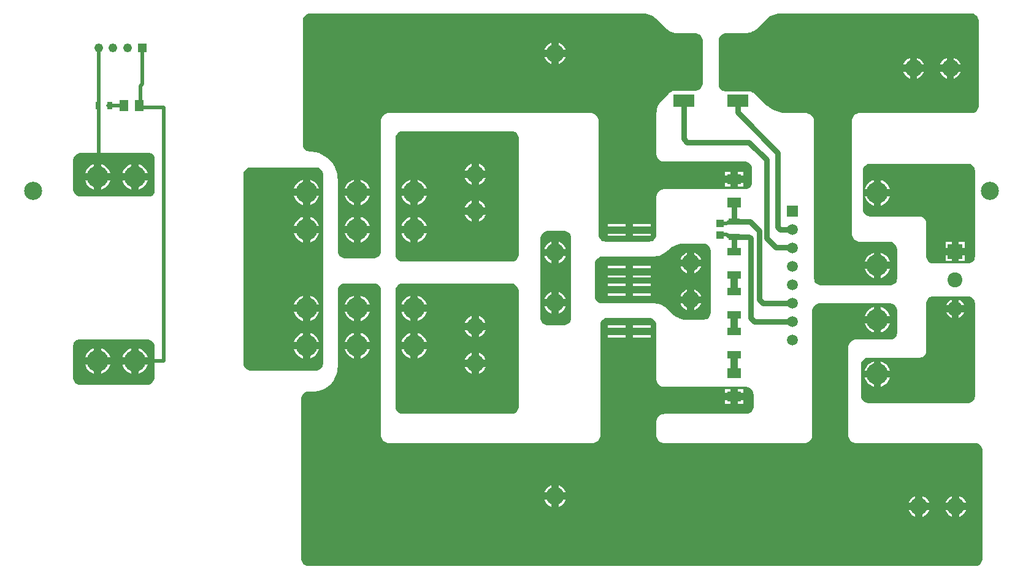
<source format=gtl>
G04 Layer_Physical_Order=1*
G04 Layer_Color=255*
%FSLAX44Y44*%
%MOMM*%
G71*
G01*
G75*
%ADD10R,5.4000X1.0500*%
%ADD11R,1.1000X1.0000*%
%ADD12R,1.9000X1.4500*%
%ADD13R,1.8500X1.1000*%
%ADD14R,0.8000X1.0500*%
%ADD15R,1.5000X0.9000*%
%ADD16R,1.1938X1.4986*%
%ADD17R,2.9500X1.6600*%
%ADD18R,2.9500X7.6400*%
%ADD19C,0.5000*%
%ADD20C,0.7500*%
%ADD21C,1.0000*%
%ADD22C,2.5000*%
%ADD23C,2.0566*%
%ADD24R,2.0566X2.0566*%
%ADD25C,2.4130*%
%ADD26C,1.2192*%
%ADD27R,1.2192X1.2192*%
%ADD28C,3.0000*%
%ADD29R,1.5000X1.5000*%
%ADD30C,1.5000*%
%ADD31C,1.2000*%
G36*
X180000Y620000D02*
X180000Y620000D01*
X180003D01*
X181179Y619912D01*
X182188Y619712D01*
X183552Y619146D01*
X184781Y618326D01*
X185826Y617281D01*
X186646Y616053D01*
X187212Y614688D01*
X187500Y613239D01*
X187500Y567500D01*
X187500Y567500D01*
X187500Y566761D01*
X187212Y565312D01*
X186646Y563947D01*
X185826Y562719D01*
X184781Y561674D01*
X183552Y560854D01*
X182188Y560288D01*
X180739Y560000D01*
X85000D01*
X84015Y560000D01*
X82083Y560384D01*
X80263Y561138D01*
X78625Y562232D01*
X77232Y563625D01*
X76138Y565263D01*
X75384Y567083D01*
X75000Y569015D01*
X75000Y570000D01*
Y610000D01*
X75000Y610000D01*
X75000Y610000D01*
X75039Y611179D01*
X75384Y612917D01*
X76138Y614737D01*
X77232Y616375D01*
X78625Y617767D01*
X80263Y618862D01*
X82083Y619616D01*
X84015Y620000D01*
X85000D01*
X180000Y620000D01*
X180000Y620000D01*
D02*
G37*
G36*
X412917Y599616D02*
X414737Y598862D01*
X416375Y597767D01*
X417767Y596375D01*
X418862Y594737D01*
X419616Y592917D01*
X419962Y591178D01*
X420000Y590005D01*
Y590000D01*
X420000Y590000D01*
X420000Y590000D01*
X420000Y330000D01*
X420000Y329015D01*
X419616Y327083D01*
X418862Y325263D01*
X417767Y323625D01*
X416375Y322232D01*
X414737Y321138D01*
X412917Y320384D01*
X410985Y320000D01*
X410000Y320000D01*
X320000D01*
X319015Y320000D01*
X317083Y320384D01*
X315263Y321138D01*
X313625Y322232D01*
X312232Y323625D01*
X311138Y325263D01*
X310384Y327083D01*
X310000Y329015D01*
X310000Y330000D01*
X310000Y590000D01*
X310000Y590985D01*
X310384Y592917D01*
X311138Y594737D01*
X312232Y596374D01*
X313625Y597767D01*
X315263Y598862D01*
X317083Y599616D01*
X319015Y600000D01*
X320000Y600000D01*
X320000Y600000D01*
X410000Y600000D01*
X410985Y600000D01*
X412917Y599616D01*
D02*
G37*
G36*
X1310000Y605000D02*
X1310000Y605000D01*
X1310009D01*
X1311182Y604961D01*
X1312917Y604616D01*
X1314737Y603862D01*
X1316375Y602767D01*
X1317767Y601375D01*
X1318862Y599737D01*
X1319616Y597917D01*
X1320000Y595985D01*
X1320000Y595000D01*
X1320000Y478000D01*
X1320000Y478000D01*
X1320000Y476966D01*
X1319596Y474937D01*
X1318805Y473026D01*
X1317656Y471307D01*
X1316193Y469844D01*
X1314474Y468695D01*
X1312563Y467904D01*
X1310534Y467500D01*
X1309500Y467500D01*
X1262500Y467500D01*
X1262500Y467500D01*
X1261515Y467500D01*
X1259583Y467884D01*
X1257763Y468638D01*
X1256125Y469733D01*
X1254732Y471125D01*
X1253638Y472763D01*
X1252884Y474583D01*
X1252500Y476515D01*
X1252500Y477500D01*
Y522500D01*
X1252500D01*
X1252500Y522500D01*
X1252500Y522505D01*
X1252452Y523480D01*
X1252411Y523683D01*
X1252069Y525403D01*
X1251319Y527214D01*
X1250230Y528844D01*
X1248844Y530230D01*
X1247214Y531319D01*
X1245403Y532069D01*
X1243480Y532452D01*
X1242500Y532500D01*
X1175500Y532500D01*
X1175500Y532500D01*
X1174466D01*
X1172437Y532904D01*
X1170526Y533695D01*
X1168807Y534844D01*
X1167344Y536307D01*
X1166195Y538026D01*
X1165404Y539937D01*
X1165000Y541966D01*
X1165000Y543000D01*
X1165000Y595000D01*
X1165000Y595000D01*
X1165000Y595000D01*
X1165043Y596200D01*
X1165384Y597917D01*
X1166138Y599737D01*
X1167232Y601375D01*
X1168625Y602767D01*
X1170263Y603862D01*
X1172083Y604616D01*
X1174015Y605000D01*
X1175000Y605000D01*
X1310000Y605000D01*
X1310000Y605000D01*
D02*
G37*
G36*
X530000Y650000D02*
X680000Y650000D01*
X680000Y650000D01*
X680000Y650000D01*
X680003D01*
X681174Y649962D01*
X682917Y649616D01*
X684737Y648862D01*
X686375Y647767D01*
X687767Y646375D01*
X688862Y644737D01*
X689616Y642917D01*
X690000Y640985D01*
X690000Y640000D01*
X690000Y480000D01*
X690000D01*
Y479015D01*
X689616Y477083D01*
X688862Y475263D01*
X687767Y473625D01*
X686375Y472233D01*
X684737Y471138D01*
X682917Y470384D01*
X680985Y470000D01*
X680000D01*
X530000Y470000D01*
X529015Y470000D01*
X527083Y470384D01*
X525263Y471138D01*
X523625Y472232D01*
X522232Y473625D01*
X521138Y475263D01*
X520384Y477083D01*
X520000Y479015D01*
X520000Y480000D01*
X520000Y640000D01*
X520000Y640000D01*
X520000Y640000D01*
X520039Y641180D01*
X520384Y642917D01*
X521138Y644737D01*
X522232Y646375D01*
X523625Y647767D01*
X525263Y648862D01*
X527083Y649616D01*
X529015Y650000D01*
X530000Y650000D01*
D02*
G37*
G36*
X918385Y495000D02*
X945000Y495000D01*
X945000Y495000D01*
X945000Y495000D01*
X945003D01*
X946174Y494962D01*
X947917Y494616D01*
X949737Y493862D01*
X951375Y492767D01*
X952767Y491375D01*
X953862Y489737D01*
X954616Y487917D01*
X955000Y485985D01*
X955000Y485000D01*
X955000Y400000D01*
X955000Y400000D01*
X955000Y399015D01*
X954616Y397083D01*
X953862Y395263D01*
X952767Y393625D01*
X951375Y392232D01*
X949737Y391138D01*
X947917Y390384D01*
X945985Y390000D01*
X945000Y390000D01*
X922657Y390000D01*
X921156Y390000D01*
X918168Y390294D01*
X915223Y390880D01*
X912350Y391752D01*
X909577Y392900D01*
X906929Y394316D01*
X904433Y395984D01*
X902112Y397888D01*
X901050Y398950D01*
X895243Y404757D01*
X895243D01*
X895242Y404757D01*
X894303Y405652D01*
X892298Y407298D01*
X890141Y408739D01*
X887853Y409962D01*
X885456Y410955D01*
X882973Y411708D01*
X880429Y412214D01*
X877847Y412468D01*
X876550Y412500D01*
X805500Y412500D01*
X805500Y412500D01*
X804466Y412500D01*
X802437Y412904D01*
X800526Y413695D01*
X798806Y414844D01*
X797344Y416307D01*
X796195Y418026D01*
X795403Y419937D01*
X795000Y421966D01*
X795000Y423000D01*
X795000Y466000D01*
X795000Y466000D01*
X795025Y467259D01*
X795442Y469354D01*
X796308Y471447D01*
X797567Y473331D01*
X799169Y474933D01*
X801052Y476191D01*
X803145Y477058D01*
X805367Y477500D01*
X806500Y477500D01*
X874939Y477500D01*
X876136Y477500D01*
X876136Y477500D01*
X876136Y477500D01*
X877482Y477533D01*
X880162Y477797D01*
X882802Y478322D01*
X885378Y479104D01*
X887866Y480134D01*
X890240Y481403D01*
X892479Y482899D01*
X894560Y484607D01*
X895535Y485535D01*
X895535Y485535D01*
Y485535D01*
X896658Y486658D01*
X899112Y488672D01*
X901752Y490436D01*
X904552Y491933D01*
X907485Y493148D01*
X910524Y494069D01*
X913637Y494689D01*
X916797Y495000D01*
X918385Y495000D01*
D02*
G37*
G36*
X752500Y512500D02*
X752500Y512500D01*
X752501D01*
X753673Y512462D01*
X755417Y512116D01*
X757237Y511362D01*
X758875Y510267D01*
X760267Y508875D01*
X761362Y507237D01*
X762116Y505417D01*
X762500Y503485D01*
Y502500D01*
X762500Y392500D01*
X762500Y392500D01*
X762500Y391515D01*
X762115Y389583D01*
X761362Y387763D01*
X760267Y386125D01*
X758875Y384732D01*
X757237Y383638D01*
X755417Y382884D01*
X753485Y382500D01*
X752500Y382500D01*
X729500D01*
X729500Y382500D01*
X728564Y382500D01*
X726729Y382865D01*
X725000Y383581D01*
X723444Y384621D01*
X722121Y385944D01*
X721081Y387500D01*
X720365Y389229D01*
X720000Y391064D01*
X720000Y392000D01*
X720000Y502000D01*
X720000Y502000D01*
X720043Y503252D01*
X720403Y505063D01*
X721195Y506973D01*
X722344Y508693D01*
X723807Y510156D01*
X725526Y511305D01*
X727437Y512096D01*
X729466Y512500D01*
X730500Y512500D01*
X752500Y512500D01*
X752500Y512500D01*
D02*
G37*
G36*
X1262500Y422500D02*
X1309500D01*
X1309500Y422500D01*
X1309500Y422500D01*
X1309509D01*
X1310695Y422468D01*
X1312563Y422096D01*
X1314473Y421305D01*
X1316193Y420156D01*
X1317656Y418693D01*
X1318805Y416974D01*
X1319596Y415063D01*
X1320000Y413034D01*
X1320000Y412000D01*
X1320000Y285000D01*
X1320000Y285000D01*
Y284015D01*
X1319615Y282083D01*
X1318862Y280263D01*
X1317767Y278625D01*
X1316375Y277232D01*
X1314737Y276138D01*
X1312917Y275384D01*
X1310985Y275000D01*
X1310000D01*
X1173000Y275000D01*
X1171966Y275000D01*
X1169937Y275403D01*
X1168026Y276195D01*
X1166307Y277344D01*
X1164844Y278807D01*
X1163695Y280526D01*
X1162904Y282437D01*
X1162500Y284466D01*
X1162500Y285500D01*
X1162500Y327500D01*
X1162500Y327500D01*
X1162552Y328748D01*
X1162884Y330417D01*
X1163638Y332237D01*
X1164732Y333875D01*
X1166125Y335267D01*
X1167763Y336362D01*
X1169583Y337116D01*
X1171515Y337500D01*
X1172500Y337500D01*
X1242500Y337500D01*
X1242500Y337500D01*
Y337500D01*
X1243480Y337548D01*
X1243670Y337586D01*
X1245403Y337931D01*
X1247214Y338681D01*
X1248844Y339770D01*
X1250230Y341156D01*
X1251319Y342786D01*
X1252069Y344597D01*
X1252452Y346520D01*
X1252500Y347500D01*
Y412500D01*
X1252500Y413485D01*
X1252884Y415417D01*
X1253638Y417237D01*
X1254732Y418875D01*
X1256125Y420267D01*
X1257763Y421362D01*
X1259583Y422116D01*
X1261515Y422500D01*
X1262500Y422500D01*
D02*
G37*
G36*
X861550Y812500D02*
X861550Y812499D01*
X861550Y812499D01*
X862849Y812499D01*
X865434Y812245D01*
X867981Y811739D01*
X870467Y810985D01*
X872867Y809992D01*
X875157Y808767D01*
X877317Y807324D01*
X879324Y805676D01*
X880243Y804757D01*
X893465Y791535D01*
X893464Y791535D01*
X895087Y790065D01*
X898724Y787635D01*
X902765Y785961D01*
X907055Y785107D01*
X909243Y785000D01*
X933999Y785000D01*
X933999Y784999D01*
X933999Y784999D01*
X934019D01*
X935193Y784958D01*
X936917Y784615D01*
X938736Y783862D01*
X940375Y782768D01*
X941768Y781375D01*
X942862Y779737D01*
X943616Y777917D01*
X944000Y775985D01*
X944000Y775000D01*
X944000Y716000D01*
X943999Y715999D01*
X943999Y715014D01*
X943615Y713083D01*
X942861Y711263D01*
X941767Y709625D01*
X940374Y708232D01*
X938736Y707138D01*
X936917Y706384D01*
X934985Y706000D01*
X934000Y706000D01*
X906829Y706000D01*
X906828Y705999D01*
X905449Y705932D01*
X902744Y705394D01*
X900195Y704338D01*
X897902Y702806D01*
X896879Y701879D01*
X888243Y693243D01*
X888242Y693242D01*
X887290Y692242D01*
X885538Y690107D01*
X884004Y687811D01*
X882702Y685375D01*
X881645Y682824D01*
X880843Y680181D01*
X880304Y677472D01*
X880034Y674724D01*
X880000Y673343D01*
X880000Y619000D01*
X880053Y617921D01*
X880474Y615806D01*
X881299Y613814D01*
X882497Y612021D01*
X884022Y610497D01*
X885815Y609299D01*
X887807Y608474D01*
X889922Y608053D01*
X891000Y608000D01*
X1001999D01*
X1001999Y607999D01*
X1001999Y607999D01*
X1002019D01*
X1003193Y607958D01*
X1004916Y607616D01*
X1006736Y606862D01*
X1008374Y605768D01*
X1009767Y604375D01*
X1010862Y602737D01*
X1011616Y600917D01*
X1012000Y598985D01*
X1012000Y598000D01*
X1012000Y580000D01*
X1011999Y579999D01*
X1011999Y579015D01*
X1011615Y577083D01*
X1010861Y575263D01*
X1009767Y573625D01*
X1008374Y572232D01*
X1006736Y571138D01*
X1004917Y570384D01*
X1002985Y570000D01*
X1002000Y570000D01*
X891000Y570000D01*
X890999Y569999D01*
X889921Y569946D01*
X887806Y569526D01*
X885814Y568700D01*
X884021Y567503D01*
X882497Y565978D01*
X881299Y564185D01*
X880474Y562193D01*
X880053Y560078D01*
X880000Y559000D01*
X880000Y508000D01*
X879999Y507999D01*
X879999Y506965D01*
X879596Y504937D01*
X878804Y503026D01*
X877655Y501306D01*
X876193Y499844D01*
X874473Y498695D01*
X872562Y497904D01*
X870534Y497500D01*
X869500D01*
X810500Y497500D01*
X809465Y497500D01*
X807437Y497903D01*
X805526Y498695D01*
X803806Y499844D01*
X802344Y501306D01*
X801195Y503026D01*
X800403Y504937D01*
X800000Y506966D01*
X800000Y508000D01*
X800000Y665000D01*
X800000Y665000D01*
X800000Y665000D01*
X799998Y665023D01*
X799951Y665980D01*
X799912Y666179D01*
X799569Y667903D01*
X798819Y669714D01*
X797730Y671344D01*
X796344Y672730D01*
X794714Y673819D01*
X792903Y674569D01*
X790980Y674952D01*
X790000Y675000D01*
X510000Y675000D01*
X510000Y675000D01*
X509020Y674952D01*
X507097Y674569D01*
X505286Y673819D01*
X503656Y672730D01*
X502270Y671344D01*
X501181Y669714D01*
X500431Y667903D01*
X500048Y665980D01*
X500000Y665000D01*
X500000Y485000D01*
X499998Y484998D01*
X499998Y484013D01*
X499614Y482082D01*
X498860Y480262D01*
X497766Y478625D01*
X496373Y477232D01*
X494736Y476138D01*
X492916Y475384D01*
X490985Y475000D01*
X490000Y475000D01*
X449015Y475000D01*
X447083Y475384D01*
X445263Y476138D01*
X443625Y477233D01*
X442233Y478625D01*
X441138Y480263D01*
X440384Y482083D01*
X440000Y484015D01*
Y485000D01*
X440000Y583515D01*
X440000Y583515D01*
X440000Y583515D01*
X439917Y586032D01*
X439260Y591023D01*
X437958Y595885D01*
X436031Y600536D01*
X433514Y604896D01*
X430449Y608890D01*
X426890Y612449D01*
X422896Y615514D01*
X418536Y618031D01*
X413885Y619958D01*
X409023Y621260D01*
X404032Y621918D01*
X401515Y622000D01*
X401515Y622000D01*
X400578Y622000D01*
X398739Y622366D01*
X397008Y623083D01*
X395449Y624124D01*
X394124Y625449D01*
X393083Y627008D01*
X392366Y628739D01*
X392000Y630578D01*
Y631515D01*
X392000Y691320D01*
X392000Y802000D01*
X392000Y802000D01*
X392000Y802000D01*
X392043Y803252D01*
X392403Y805063D01*
X393195Y806973D01*
X394344Y808693D01*
X395807Y810156D01*
X397526Y811305D01*
X399437Y812096D01*
X401466Y812500D01*
X402500Y812500D01*
X422500Y812500D01*
X861550Y812500D01*
D02*
G37*
G36*
X1314500Y812500D02*
X1314500Y812500D01*
X1314501D01*
X1315752Y812457D01*
X1317563Y812096D01*
X1319474Y811305D01*
X1321193Y810156D01*
X1322656Y808693D01*
X1323805Y806974D01*
X1324596Y805063D01*
X1325000Y803034D01*
X1325000Y802000D01*
X1325000Y685000D01*
X1325000Y685000D01*
X1325000Y684015D01*
X1324616Y682083D01*
X1323862Y680263D01*
X1322767Y678625D01*
X1321375Y677232D01*
X1319737Y676138D01*
X1317917Y675384D01*
X1315985Y675000D01*
X1315000D01*
X1160000Y675000D01*
Y675000D01*
X1159020Y674952D01*
X1157097Y674569D01*
X1155286Y673819D01*
X1153656Y672730D01*
X1152270Y671344D01*
X1151181Y669714D01*
X1150431Y667903D01*
X1150048Y665980D01*
X1150000Y665000D01*
X1150000Y508000D01*
X1150051Y506971D01*
X1150452Y504952D01*
X1151240Y503050D01*
X1152383Y501339D01*
X1153839Y499883D01*
X1155550Y498740D01*
X1157452Y497952D01*
X1159471Y497551D01*
X1160500Y497500D01*
X1201500D01*
X1201500Y497500D01*
X1201500Y497500D01*
X1201511D01*
X1202692Y497478D01*
X1204708Y497077D01*
X1206710Y496248D01*
X1208512Y495044D01*
X1210044Y493512D01*
X1211248Y491710D01*
X1212077Y489709D01*
X1212500Y487584D01*
Y486500D01*
X1212500Y447500D01*
X1212500Y447500D01*
X1212500Y446515D01*
X1212115Y444583D01*
X1211362Y442763D01*
X1210267Y441125D01*
X1208875Y439732D01*
X1207237Y438638D01*
X1205417Y437884D01*
X1203485Y437500D01*
X1202500Y437500D01*
X1107500Y437500D01*
X1107500Y437500D01*
X1106515Y437500D01*
X1104583Y437884D01*
X1102763Y438638D01*
X1101125Y439733D01*
X1099732Y441125D01*
X1098638Y442763D01*
X1097884Y444583D01*
X1097500Y446515D01*
X1097500Y447500D01*
Y663500D01*
X1097500Y663500D01*
X1097500Y663500D01*
X1097497Y663551D01*
X1097444Y664627D01*
X1097432Y664688D01*
X1097005Y666838D01*
X1096142Y668921D01*
X1094890Y670795D01*
X1093296Y672389D01*
X1091421Y673642D01*
X1089338Y674505D01*
X1087127Y674944D01*
X1086000Y675000D01*
X1062569Y675000D01*
X1062569Y675000D01*
X1060189D01*
X1055451Y675467D01*
X1050782Y676395D01*
X1046227Y677777D01*
X1041829Y679599D01*
X1037630Y681843D01*
X1033672Y684488D01*
X1029992Y687508D01*
X1017975Y699525D01*
X1017975Y699525D01*
X1017974Y699525D01*
X1016616Y700757D01*
X1013569Y702793D01*
X1010950Y703878D01*
Y704700D01*
X1007645D01*
X1006590Y704910D01*
X1004757Y705000D01*
X975014Y705000D01*
X973082Y705384D01*
X971263Y706138D01*
X969625Y707233D01*
X968232Y708625D01*
X967138Y710263D01*
X966384Y712083D01*
X966000Y714015D01*
X966000Y715000D01*
Y774999D01*
X966000Y775984D01*
X966384Y777917D01*
X967138Y779737D01*
X968232Y781375D01*
X969625Y782767D01*
X971263Y783862D01*
X973083Y784616D01*
X975015Y785000D01*
X976000Y785000D01*
X1000133Y785000D01*
X1001343Y785000D01*
X1001343Y785000D01*
X1002664Y785032D01*
X1005295Y785291D01*
X1007888Y785807D01*
X1010417Y786574D01*
X1012859Y787586D01*
X1015191Y788832D01*
X1017388Y790301D01*
X1019432Y791977D01*
X1020389Y792889D01*
X1032196Y804696D01*
X1032197Y804696D01*
X1032197Y804696D01*
X1033122Y805622D01*
X1035145Y807282D01*
X1037322Y808737D01*
X1039630Y809971D01*
X1042049Y810973D01*
X1044554Y811733D01*
X1047121Y812243D01*
X1049726Y812500D01*
X1051035Y812500D01*
X1314500Y812500D01*
X1314500Y812500D01*
D02*
G37*
G36*
X679000Y440000D02*
X680083Y440000D01*
X682209Y439577D01*
X684211Y438748D01*
X686012Y437544D01*
X687544Y436012D01*
X688748Y434210D01*
X689577Y432208D01*
X689976Y430205D01*
X690000Y429009D01*
Y429000D01*
X690000Y429000D01*
X690000Y429000D01*
X690000Y270000D01*
X690000Y269015D01*
X689616Y267083D01*
X688862Y265263D01*
X687767Y263625D01*
X686375Y262232D01*
X684737Y261138D01*
X682917Y260384D01*
X681248Y260052D01*
X680000Y260000D01*
Y260000D01*
X530000Y260000D01*
X529015Y260000D01*
X527083Y260384D01*
X525263Y261138D01*
X523625Y262232D01*
X522232Y263625D01*
X521138Y265263D01*
X520384Y267083D01*
X520000Y269015D01*
X520000Y270000D01*
X520000Y270000D01*
X520000Y430000D01*
Y430985D01*
X520384Y432917D01*
X521138Y434737D01*
X522232Y436375D01*
X523625Y437767D01*
X525263Y438862D01*
X527083Y439616D01*
X529015Y440000D01*
X530000Y440000D01*
X530000Y440000D01*
X679000Y440000D01*
D02*
G37*
G36*
X492917Y439616D02*
X494737Y438862D01*
X496375Y437767D01*
X497767Y436374D01*
X498862Y434736D01*
X499615Y432916D01*
X499958Y431193D01*
X499999Y430019D01*
Y430000D01*
X499999Y430000D01*
X500000Y429999D01*
X500000Y257042D01*
Y230000D01*
X500048Y229020D01*
X500430Y227097D01*
X501181Y225286D01*
X502270Y223656D01*
X503656Y222270D01*
X505286Y221181D01*
X507097Y220431D01*
X509020Y220048D01*
X510000Y220000D01*
X531243Y220000D01*
X792000Y220000D01*
X793029Y220051D01*
X795048Y220452D01*
X796949Y221240D01*
X798660Y222383D01*
X800116Y223839D01*
X801259Y225550D01*
X802047Y227451D01*
X802448Y229470D01*
X802499Y230499D01*
X802500Y230500D01*
Y382500D01*
X802500Y383485D01*
X802884Y385417D01*
X803638Y387236D01*
X804732Y388874D01*
X806125Y390267D01*
X807763Y391361D01*
X809582Y392115D01*
X811514Y392499D01*
X812499Y392499D01*
X812500Y392500D01*
X869500Y392500D01*
X870534Y392500D01*
X872563Y392096D01*
X874474Y391305D01*
X876193Y390156D01*
X877656Y388693D01*
X878805Y386973D01*
X879596Y385062D01*
X879967Y383193D01*
X879999Y382035D01*
Y381999D01*
X879999Y381999D01*
X880000Y381999D01*
Y308000D01*
X880050Y306971D01*
X880452Y304952D01*
X881239Y303050D01*
X882383Y301339D01*
X883838Y299883D01*
X885549Y298740D01*
X887451Y297952D01*
X889470Y297551D01*
X890499Y297500D01*
X1003500Y297500D01*
X1004534Y297500D01*
X1006563Y297097D01*
X1008474Y296305D01*
X1010193Y295156D01*
X1011656Y293693D01*
X1012805Y291973D01*
X1013596Y290062D01*
X1013967Y288193D01*
X1013999Y287035D01*
Y286999D01*
X1013999Y286999D01*
X1014000Y286999D01*
X1014000Y270000D01*
X1014000Y269015D01*
X1013616Y267083D01*
X1012862Y265263D01*
X1011768Y263625D01*
X1010375Y262232D01*
X1008737Y261137D01*
X1006917Y260384D01*
X1004984Y260000D01*
X1003999Y260000D01*
X891000D01*
X889922Y259947D01*
X887807Y259527D01*
X885814Y258701D01*
X884021Y257503D01*
X882496Y255978D01*
X881298Y254185D01*
X880473Y252193D01*
X880053Y250077D01*
X880000Y248999D01*
Y230000D01*
X880048Y229020D01*
X880431Y227097D01*
X881181Y225286D01*
X882270Y223656D01*
X883656Y222270D01*
X885286Y221181D01*
X887097Y220431D01*
X889020Y220048D01*
X890000Y220000D01*
X1085000Y220000D01*
X1085980Y220048D01*
X1087903Y220431D01*
X1089714Y221181D01*
X1091343Y222270D01*
X1092729Y223656D01*
X1093818Y225285D01*
X1094568Y227096D01*
X1094951Y229019D01*
X1094999Y229999D01*
X1095000Y230000D01*
X1095000Y402000D01*
X1095000Y403034D01*
X1095403Y405062D01*
X1096195Y406973D01*
X1097344Y408693D01*
X1098806Y410155D01*
X1100526Y411304D01*
X1102437Y412095D01*
X1104465Y412499D01*
X1105499Y412499D01*
X1105500Y412500D01*
X1202500Y412500D01*
X1203485Y412500D01*
X1205417Y412116D01*
X1207237Y411362D01*
X1208875Y410267D01*
X1210267Y408874D01*
X1211362Y407236D01*
X1212115Y405416D01*
X1212458Y403691D01*
X1212499Y402527D01*
Y402499D01*
X1212499Y402499D01*
X1212500Y402499D01*
X1212500Y372500D01*
X1212500Y371515D01*
X1212116Y369583D01*
X1211362Y367762D01*
X1210268Y366124D01*
X1208875Y364731D01*
X1207237Y363637D01*
X1205416Y362884D01*
X1203748Y362552D01*
X1202778Y362512D01*
X1202499Y362500D01*
X1201229Y362500D01*
X1155500Y362500D01*
X1154471Y362449D01*
X1152452Y362048D01*
X1150550Y361261D01*
X1148838Y360117D01*
X1147382Y358661D01*
X1146239Y356950D01*
X1145451Y355048D01*
X1145091Y353232D01*
X1145050Y353029D01*
X1145000Y352000D01*
X1145000D01*
X1145000Y351999D01*
X1145000Y351999D01*
X1145000Y230000D01*
X1145048Y229020D01*
X1145430Y227097D01*
X1146180Y225286D01*
X1147269Y223656D01*
X1148655Y222270D01*
X1150285Y221181D01*
X1152096Y220431D01*
X1154019Y220048D01*
X1154999Y220000D01*
X1320000Y220000D01*
X1320985D01*
X1322917Y219616D01*
X1324737Y218862D01*
X1326375Y217767D01*
X1327767Y216374D01*
X1328862Y214736D01*
X1329615Y212917D01*
X1329960Y211184D01*
X1330000Y210014D01*
Y210000D01*
X1330000Y210000D01*
X1330000Y209999D01*
X1330000Y60000D01*
X1330000Y59015D01*
X1329616Y57083D01*
X1328862Y55263D01*
X1327767Y53625D01*
X1326375Y52232D01*
X1324736Y51138D01*
X1322917Y50384D01*
X1321248Y50052D01*
X1320000Y50000D01*
X400000Y50000D01*
X399015Y50000D01*
X397083Y50384D01*
X395263Y51138D01*
X393625Y52232D01*
X392233Y53625D01*
X391138Y55263D01*
X390384Y57083D01*
X390000Y59015D01*
X390000Y59999D01*
X390000Y60000D01*
X390000Y281000D01*
X390000Y281985D01*
X390384Y283917D01*
X391138Y285737D01*
X392232Y287375D01*
X393625Y288767D01*
X395263Y289862D01*
X397083Y290616D01*
X399015Y291000D01*
X400000Y291000D01*
X400000Y291000D01*
X406000Y291000D01*
X408224Y291073D01*
X412633Y291653D01*
X416929Y292804D01*
X421038Y294506D01*
X424889Y296730D01*
X428418Y299437D01*
X431562Y302582D01*
X434270Y306110D01*
X436494Y309962D01*
X438196Y314071D01*
X439347Y318367D01*
X439927Y322776D01*
X440000Y325000D01*
X440000Y325000D01*
X440000Y430000D01*
X440000Y430985D01*
X440384Y432917D01*
X441138Y434736D01*
X442232Y436374D01*
X443625Y437767D01*
X445263Y438861D01*
X447083Y439615D01*
X449014Y439999D01*
X449999Y439999D01*
X449999Y439999D01*
X490000Y440000D01*
X490985Y440000D01*
X492917Y439616D01*
D02*
G37*
G36*
X177500Y362500D02*
X177500Y362500D01*
X177503D01*
X178674Y362462D01*
X180417Y362116D01*
X182237Y361362D01*
X183875Y360267D01*
X185267Y358875D01*
X186362Y357237D01*
X187116Y355417D01*
X187500Y353485D01*
X187500Y312500D01*
X187500Y312500D01*
Y311269D01*
X187020Y308854D01*
X186077Y306579D01*
X184709Y304532D01*
X182968Y302791D01*
X180921Y301423D01*
X178646Y300480D01*
X176231Y300000D01*
X175000D01*
X85000Y300000D01*
X84015D01*
X82083Y300384D01*
X80263Y301138D01*
X78625Y302232D01*
X77232Y303625D01*
X76138Y305263D01*
X75384Y307083D01*
X75000Y309015D01*
Y310000D01*
Y355000D01*
X75000Y355000D01*
X75000Y355000D01*
X75086Y356173D01*
X75288Y357188D01*
X75854Y358553D01*
X76674Y359781D01*
X77719Y360826D01*
X78947Y361646D01*
X80312Y362212D01*
X81761Y362500D01*
X82500Y362500D01*
X177500Y362500D01*
X177500Y362500D01*
D02*
G37*
%LPC*%
G36*
X177593Y582000D02*
X165300D01*
Y569707D01*
X167222Y570290D01*
X170349Y571961D01*
X173090Y574211D01*
X175339Y576951D01*
X177010Y580078D01*
X177593Y582000D01*
D02*
G37*
G36*
X125993D02*
X113700D01*
Y569707D01*
X115622Y570290D01*
X118749Y571961D01*
X121489Y574211D01*
X123739Y576951D01*
X125410Y580078D01*
X125993Y582000D01*
D02*
G37*
G36*
X155300D02*
X143007D01*
X143590Y580078D01*
X145261Y576951D01*
X147510Y574211D01*
X150251Y571961D01*
X153378Y570290D01*
X155300Y569707D01*
Y582000D01*
D02*
G37*
G36*
X103700D02*
X91407D01*
X91990Y580078D01*
X93661Y576951D01*
X95911Y574211D01*
X98651Y571961D01*
X101778Y570290D01*
X103700Y569707D01*
Y582000D01*
D02*
G37*
G36*
Y604293D02*
X101778Y603710D01*
X98651Y602039D01*
X95911Y599790D01*
X93661Y597049D01*
X91990Y593922D01*
X91407Y592000D01*
X103700D01*
Y604293D01*
D02*
G37*
G36*
X155300D02*
X153378Y603710D01*
X150251Y602039D01*
X147510Y599790D01*
X145261Y597049D01*
X143590Y593922D01*
X143007Y592000D01*
X155300D01*
Y604293D01*
D02*
G37*
G36*
X113700D02*
Y592000D01*
X125993D01*
X125410Y593922D01*
X123739Y597049D01*
X121489Y599790D01*
X118749Y602039D01*
X115622Y603710D01*
X113700Y604293D01*
D02*
G37*
G36*
X165300D02*
Y592000D01*
X177593D01*
X177010Y593922D01*
X175339Y597049D01*
X173090Y599790D01*
X170349Y602039D01*
X167222Y603710D01*
X165300Y604293D01*
D02*
G37*
G36*
X391900Y400800D02*
X379607D01*
X380190Y398878D01*
X381861Y395751D01*
X384110Y393010D01*
X386851Y390761D01*
X389978Y389090D01*
X391900Y388507D01*
Y400800D01*
D02*
G37*
G36*
X414193D02*
X401900D01*
Y388507D01*
X403822Y389090D01*
X406949Y390761D01*
X409689Y393010D01*
X411939Y395751D01*
X413610Y398878D01*
X414193Y400800D01*
D02*
G37*
G36*
X401900Y423093D02*
Y410800D01*
X414193D01*
X413610Y412722D01*
X411939Y415849D01*
X409689Y418590D01*
X406949Y420839D01*
X403822Y422510D01*
X401900Y423093D01*
D02*
G37*
G36*
X391900D02*
X389978Y422510D01*
X386851Y420839D01*
X384110Y418590D01*
X381861Y415849D01*
X380190Y412722D01*
X379607Y410800D01*
X391900D01*
Y423093D01*
D02*
G37*
G36*
X401900Y371493D02*
Y359200D01*
X414193D01*
X413610Y361122D01*
X411939Y364249D01*
X409689Y366990D01*
X406949Y369239D01*
X403822Y370910D01*
X401900Y371493D01*
D02*
G37*
G36*
X391900D02*
X389978Y370910D01*
X386851Y369239D01*
X384110Y366990D01*
X381861Y364249D01*
X380190Y361122D01*
X379607Y359200D01*
X391900D01*
Y371493D01*
D02*
G37*
G36*
X414193Y349200D02*
X401900D01*
Y336907D01*
X403822Y337490D01*
X406949Y339161D01*
X409689Y341410D01*
X411939Y344151D01*
X413610Y347278D01*
X414193Y349200D01*
D02*
G37*
G36*
X391900D02*
X379607D01*
X380190Y347278D01*
X381861Y344151D01*
X384110Y341410D01*
X386851Y339161D01*
X389978Y337490D01*
X391900Y336907D01*
Y349200D01*
D02*
G37*
G36*
Y583093D02*
X389978Y582510D01*
X386851Y580839D01*
X384110Y578590D01*
X381861Y575849D01*
X380190Y572722D01*
X379607Y570800D01*
X391900D01*
Y583093D01*
D02*
G37*
G36*
X401900D02*
Y570800D01*
X414193D01*
X413610Y572722D01*
X411939Y575849D01*
X409689Y578590D01*
X406949Y580839D01*
X403822Y582510D01*
X401900Y583093D01*
D02*
G37*
G36*
X414193Y560800D02*
X401900D01*
Y548507D01*
X403822Y549090D01*
X406949Y550761D01*
X409689Y553010D01*
X411939Y555751D01*
X413610Y558878D01*
X414193Y560800D01*
D02*
G37*
G36*
X391900D02*
X379607D01*
X380190Y558878D01*
X381861Y555751D01*
X384110Y553010D01*
X386851Y550761D01*
X389978Y549090D01*
X391900Y548507D01*
Y560800D01*
D02*
G37*
G36*
X401900Y531493D02*
Y519200D01*
X414193D01*
X413610Y521122D01*
X411939Y524249D01*
X409689Y526990D01*
X406949Y529239D01*
X403822Y530910D01*
X401900Y531493D01*
D02*
G37*
G36*
X391900D02*
X389978Y530910D01*
X386851Y529239D01*
X384110Y526990D01*
X381861Y524249D01*
X380190Y521122D01*
X379607Y519200D01*
X391900D01*
Y531493D01*
D02*
G37*
G36*
X414193Y509200D02*
X401900D01*
Y496907D01*
X403822Y497490D01*
X406949Y499161D01*
X409689Y501410D01*
X411939Y504151D01*
X413610Y507278D01*
X414193Y509200D01*
D02*
G37*
G36*
X391900D02*
X379607D01*
X380190Y507278D01*
X381861Y504151D01*
X384110Y501410D01*
X386851Y499161D01*
X389978Y497490D01*
X391900Y496907D01*
Y509200D01*
D02*
G37*
G36*
X1190000Y582293D02*
Y570000D01*
X1202293D01*
X1201710Y571922D01*
X1200039Y575049D01*
X1197790Y577789D01*
X1195049Y580039D01*
X1191922Y581710D01*
X1190000Y582293D01*
D02*
G37*
G36*
X1180000Y582293D02*
X1178078Y581710D01*
X1174951Y580039D01*
X1172210Y577789D01*
X1169961Y575049D01*
X1168290Y571922D01*
X1167707Y570000D01*
X1180000D01*
Y582293D01*
D02*
G37*
G36*
X1202293Y560000D02*
X1190000D01*
Y547707D01*
X1191922Y548290D01*
X1195049Y549961D01*
X1197790Y552211D01*
X1200039Y554951D01*
X1201710Y558078D01*
X1202293Y560000D01*
D02*
G37*
G36*
X1305783Y479197D02*
X1297500D01*
Y470914D01*
X1305783D01*
Y479197D01*
D02*
G37*
G36*
X1287500D02*
X1279217D01*
Y470914D01*
X1287500D01*
Y479197D01*
D02*
G37*
G36*
Y497480D02*
X1279217D01*
Y489197D01*
X1287500D01*
Y497480D01*
D02*
G37*
G36*
X1305783D02*
X1297500D01*
Y489197D01*
X1305783D01*
Y497480D01*
D02*
G37*
G36*
X1180000Y560000D02*
X1167707D01*
X1168290Y558078D01*
X1169961Y554951D01*
X1172210Y552211D01*
X1174951Y549961D01*
X1178078Y548290D01*
X1180000Y547707D01*
Y560000D01*
D02*
G37*
G36*
X540500Y583093D02*
X538578Y582510D01*
X535451Y580839D01*
X532710Y578590D01*
X530461Y575849D01*
X528790Y572722D01*
X528207Y570800D01*
X540500D01*
Y583093D01*
D02*
G37*
G36*
X625000Y585800D02*
X615774D01*
X616014Y585007D01*
X617413Y582390D01*
X619296Y580096D01*
X621590Y578213D01*
X624207Y576814D01*
X625000Y576574D01*
Y585800D01*
D02*
G37*
G36*
X550500Y583093D02*
Y570800D01*
X562793D01*
X562210Y572722D01*
X560539Y575849D01*
X558289Y578590D01*
X555549Y580839D01*
X552422Y582510D01*
X550500Y583093D01*
D02*
G37*
G36*
X562793Y560800D02*
X550500D01*
Y548507D01*
X552422Y549090D01*
X555549Y550761D01*
X558289Y553010D01*
X560539Y555751D01*
X562210Y558878D01*
X562793Y560800D01*
D02*
G37*
G36*
X540500D02*
X528207D01*
X528790Y558878D01*
X530461Y555751D01*
X532710Y553010D01*
X535451Y550761D01*
X538578Y549090D01*
X540500Y548507D01*
Y560800D01*
D02*
G37*
G36*
X644226Y585800D02*
X635000D01*
Y576574D01*
X635793Y576814D01*
X638410Y578213D01*
X640704Y580096D01*
X642587Y582390D01*
X643986Y585007D01*
X644226Y585800D01*
D02*
G37*
G36*
X635000Y605026D02*
Y595800D01*
X644226D01*
X643986Y596593D01*
X642587Y599210D01*
X640704Y601504D01*
X638410Y603387D01*
X635793Y604786D01*
X635000Y605026D01*
D02*
G37*
G36*
X625000Y605026D02*
X624207Y604786D01*
X621590Y603387D01*
X619296Y601504D01*
X617413Y599210D01*
X616014Y596593D01*
X615774Y595800D01*
X625000D01*
Y605026D01*
D02*
G37*
G36*
X550500Y531493D02*
Y519200D01*
X562793D01*
X562210Y521122D01*
X560539Y524249D01*
X558289Y526990D01*
X555549Y529239D01*
X552422Y530910D01*
X550500Y531493D01*
D02*
G37*
G36*
X540500D02*
X538578Y530910D01*
X535451Y529239D01*
X532710Y526990D01*
X530461Y524249D01*
X528790Y521122D01*
X528207Y519200D01*
X540500D01*
Y531493D01*
D02*
G37*
G36*
X635000Y554226D02*
Y545000D01*
X644226D01*
X643986Y545793D01*
X642587Y548410D01*
X640704Y550704D01*
X638410Y552587D01*
X635793Y553986D01*
X635000Y554226D01*
D02*
G37*
G36*
X625000Y554226D02*
X624207Y553986D01*
X621590Y552587D01*
X619296Y550704D01*
X617413Y548410D01*
X616014Y545793D01*
X615774Y545000D01*
X625000D01*
Y554226D01*
D02*
G37*
G36*
Y535000D02*
X615774D01*
X616014Y534207D01*
X617413Y531590D01*
X619296Y529296D01*
X621590Y527413D01*
X624207Y526014D01*
X625000Y525774D01*
Y535000D01*
D02*
G37*
G36*
X644226D02*
X635000D01*
Y525774D01*
X635793Y526014D01*
X638410Y527413D01*
X640704Y529296D01*
X642587Y531590D01*
X643986Y534207D01*
X644226Y535000D01*
D02*
G37*
G36*
X562793Y509200D02*
X550500D01*
Y496907D01*
X552422Y497490D01*
X555549Y499161D01*
X558289Y501410D01*
X560539Y504151D01*
X562210Y507278D01*
X562793Y509200D01*
D02*
G37*
G36*
X540500D02*
X528207D01*
X528790Y507278D01*
X530461Y504151D01*
X532710Y501410D01*
X535451Y499161D01*
X538578Y497490D01*
X540500Y496907D01*
Y509200D01*
D02*
G37*
G36*
X872500Y426250D02*
X847500D01*
Y423000D01*
X872500D01*
Y426250D01*
D02*
G37*
G36*
X837500Y439500D02*
X812500D01*
Y436250D01*
X837500D01*
Y439500D01*
D02*
G37*
G36*
Y426250D02*
X812500D01*
Y423000D01*
X837500D01*
Y426250D01*
D02*
G37*
G36*
X922500Y431726D02*
X921707Y431486D01*
X919090Y430087D01*
X916796Y428204D01*
X914913Y425910D01*
X913514Y423293D01*
X913274Y422500D01*
X922500D01*
Y431726D01*
D02*
G37*
G36*
X932500D02*
Y422500D01*
X941726D01*
X941486Y423293D01*
X940087Y425910D01*
X938204Y428204D01*
X935910Y430087D01*
X933293Y431486D01*
X932500Y431726D01*
D02*
G37*
G36*
X941726Y412500D02*
X932500D01*
Y403274D01*
X933293Y403514D01*
X935910Y404913D01*
X938204Y406796D01*
X940087Y409090D01*
X941486Y411707D01*
X941726Y412500D01*
D02*
G37*
G36*
X922500D02*
X913274D01*
X913514Y411707D01*
X914913Y409090D01*
X916796Y406796D01*
X919090Y404913D01*
X921707Y403514D01*
X922500Y403274D01*
Y412500D01*
D02*
G37*
G36*
Y482526D02*
X921707Y482286D01*
X919090Y480887D01*
X916796Y479004D01*
X914913Y476710D01*
X913514Y474093D01*
X913274Y473300D01*
X922500D01*
Y482526D01*
D02*
G37*
G36*
X932500D02*
Y473300D01*
X941726D01*
X941486Y474093D01*
X940087Y476710D01*
X938204Y479004D01*
X935910Y480887D01*
X933293Y482286D01*
X932500Y482526D01*
D02*
G37*
G36*
X837500Y451250D02*
X812500D01*
Y448000D01*
X837500D01*
Y451250D01*
D02*
G37*
G36*
X872500D02*
X847500D01*
Y448000D01*
X872500D01*
Y451250D01*
D02*
G37*
G36*
Y439500D02*
X847500D01*
Y436250D01*
X872500D01*
Y439500D01*
D02*
G37*
G36*
Y464500D02*
X847500D01*
Y461250D01*
X872500D01*
Y464500D01*
D02*
G37*
G36*
X837500D02*
X812500D01*
Y461250D01*
X837500D01*
Y464500D01*
D02*
G37*
G36*
X941726Y463300D02*
X932500D01*
Y454074D01*
X933293Y454314D01*
X935910Y455713D01*
X938204Y457596D01*
X940087Y459890D01*
X941486Y462507D01*
X941726Y463300D01*
D02*
G37*
G36*
X922500D02*
X913274D01*
X913514Y462507D01*
X914913Y459890D01*
X916796Y457596D01*
X919090Y455713D01*
X921707Y454314D01*
X922500Y454074D01*
Y463300D01*
D02*
G37*
G36*
X735000Y428031D02*
X734040Y427739D01*
X731347Y426300D01*
X728987Y424363D01*
X727050Y422003D01*
X725611Y419310D01*
X725319Y418350D01*
X735000D01*
Y428031D01*
D02*
G37*
G36*
X745000Y428031D02*
Y418350D01*
X754681D01*
X754389Y419310D01*
X752950Y422003D01*
X751013Y424363D01*
X748653Y426300D01*
X745960Y427739D01*
X745000Y428031D01*
D02*
G37*
G36*
X735000Y408350D02*
X725319D01*
X725611Y407390D01*
X727050Y404697D01*
X728987Y402337D01*
X731347Y400400D01*
X734040Y398961D01*
X735000Y398669D01*
Y408350D01*
D02*
G37*
G36*
X754681D02*
X745000D01*
Y398669D01*
X745960Y398961D01*
X748653Y400400D01*
X751013Y402337D01*
X752950Y404697D01*
X754389Y407390D01*
X754681Y408350D01*
D02*
G37*
G36*
X745000Y497331D02*
Y487650D01*
X754681D01*
X754389Y488610D01*
X752950Y491303D01*
X751013Y493663D01*
X748653Y495600D01*
X745960Y497039D01*
X745000Y497331D01*
D02*
G37*
G36*
X735000Y497331D02*
X734040Y497039D01*
X731347Y495600D01*
X728987Y493663D01*
X727050Y491303D01*
X725611Y488610D01*
X725319Y487650D01*
X735000D01*
Y497331D01*
D02*
G37*
G36*
Y477650D02*
X725319D01*
X725611Y476690D01*
X727050Y473997D01*
X728987Y471637D01*
X731347Y469700D01*
X734040Y468261D01*
X735000Y467969D01*
Y477650D01*
D02*
G37*
G36*
X754681D02*
X745000D01*
Y467969D01*
X745960Y468261D01*
X748653Y469700D01*
X751013Y471637D01*
X752950Y473997D01*
X754389Y476690D01*
X754681Y477650D01*
D02*
G37*
G36*
X1287500Y400000D02*
X1280194D01*
X1280898Y398301D01*
X1283027Y395527D01*
X1285801Y393398D01*
X1287500Y392694D01*
Y400000D01*
D02*
G37*
G36*
X1304806D02*
X1297500D01*
Y392694D01*
X1299199Y393398D01*
X1301973Y395527D01*
X1304102Y398301D01*
X1304806Y400000D01*
D02*
G37*
G36*
X1297500Y417306D02*
Y410000D01*
X1304806D01*
X1304102Y411699D01*
X1301973Y414473D01*
X1299199Y416602D01*
X1297500Y417306D01*
D02*
G37*
G36*
X1287500Y417306D02*
X1285801Y416602D01*
X1283027Y414473D01*
X1280898Y411699D01*
X1280194Y410000D01*
X1287500D01*
Y417306D01*
D02*
G37*
G36*
X1180000Y310000D02*
X1167707D01*
X1168290Y308078D01*
X1169961Y304951D01*
X1172210Y302211D01*
X1174951Y299961D01*
X1178078Y298290D01*
X1180000Y297707D01*
Y310000D01*
D02*
G37*
G36*
X1202293D02*
X1190000D01*
Y297707D01*
X1191922Y298290D01*
X1195049Y299961D01*
X1197790Y302211D01*
X1200039Y304951D01*
X1201710Y308078D01*
X1202293Y310000D01*
D02*
G37*
G36*
X1190000Y332293D02*
Y320000D01*
X1202293D01*
X1201710Y321922D01*
X1200039Y325049D01*
X1197790Y327789D01*
X1195049Y330039D01*
X1191922Y331710D01*
X1190000Y332293D01*
D02*
G37*
G36*
X1180000Y332293D02*
X1178078Y331710D01*
X1174951Y330039D01*
X1172210Y327789D01*
X1169961Y325049D01*
X1168290Y321922D01*
X1167707Y320000D01*
X1180000D01*
Y332293D01*
D02*
G37*
G36*
X472000Y583093D02*
Y570800D01*
X484293D01*
X483710Y572722D01*
X482039Y575849D01*
X479790Y578590D01*
X477049Y580839D01*
X473922Y582510D01*
X472000Y583093D01*
D02*
G37*
G36*
X462000Y583093D02*
X460078Y582510D01*
X456951Y580839D01*
X454211Y578590D01*
X451961Y575849D01*
X450290Y572722D01*
X449707Y570800D01*
X462000D01*
Y583093D01*
D02*
G37*
G36*
X1000000Y578500D02*
X992500D01*
Y573250D01*
X1000000D01*
Y578500D01*
D02*
G37*
G36*
X982500D02*
X975000D01*
Y573250D01*
X982500D01*
Y578500D01*
D02*
G37*
G36*
X462000Y560800D02*
X449707D01*
X450290Y558878D01*
X451961Y555751D01*
X454211Y553010D01*
X456951Y550761D01*
X460078Y549090D01*
X462000Y548507D01*
Y560800D01*
D02*
G37*
G36*
X484293D02*
X472000D01*
Y548507D01*
X473922Y549090D01*
X477049Y550761D01*
X479790Y553010D01*
X482039Y555751D01*
X483710Y558878D01*
X484293Y560800D01*
D02*
G37*
G36*
X735000Y772031D02*
X734040Y771739D01*
X731347Y770300D01*
X728987Y768363D01*
X727050Y766003D01*
X725611Y763310D01*
X725319Y762350D01*
X735000D01*
Y772031D01*
D02*
G37*
G36*
X745000Y772031D02*
Y762350D01*
X754681D01*
X754389Y763310D01*
X752950Y766003D01*
X751013Y768363D01*
X748653Y770300D01*
X745960Y771739D01*
X745000Y772031D01*
D02*
G37*
G36*
X735000Y752350D02*
X725319D01*
X725611Y751390D01*
X727050Y748697D01*
X728987Y746337D01*
X731347Y744400D01*
X734040Y742961D01*
X735000Y742669D01*
Y752350D01*
D02*
G37*
G36*
X754681D02*
X745000D01*
Y742669D01*
X745960Y742961D01*
X748653Y744400D01*
X751013Y746337D01*
X752950Y748697D01*
X754389Y751390D01*
X754681Y752350D01*
D02*
G37*
G36*
X1000000Y593750D02*
X992500D01*
Y588500D01*
X1000000D01*
Y593750D01*
D02*
G37*
G36*
X982500D02*
X975000D01*
Y588500D01*
X982500D01*
Y593750D01*
D02*
G37*
G36*
X472000Y531493D02*
Y519200D01*
X484293D01*
X483710Y521122D01*
X482039Y524249D01*
X479790Y526990D01*
X477049Y529239D01*
X473922Y530910D01*
X472000Y531493D01*
D02*
G37*
G36*
X462000Y531493D02*
X460078Y530910D01*
X456951Y529239D01*
X454211Y526990D01*
X451961Y524249D01*
X450290Y521122D01*
X449707Y519200D01*
X462000D01*
Y531493D01*
D02*
G37*
G36*
Y509200D02*
X449707D01*
X450290Y507278D01*
X451961Y504151D01*
X454211Y501410D01*
X456951Y499161D01*
X460078Y497490D01*
X462000Y496907D01*
Y509200D01*
D02*
G37*
G36*
X837500Y522000D02*
X812500D01*
Y518750D01*
X837500D01*
Y522000D01*
D02*
G37*
G36*
X872500D02*
X847500D01*
Y518750D01*
X872500D01*
Y522000D01*
D02*
G37*
G36*
Y508750D02*
X847500D01*
Y505500D01*
X872500D01*
Y508750D01*
D02*
G37*
G36*
X484293Y509200D02*
X472000D01*
Y496907D01*
X473922Y497490D01*
X477049Y499161D01*
X479790Y501410D01*
X482039Y504151D01*
X483710Y507278D01*
X484293Y509200D01*
D02*
G37*
G36*
X837500Y508750D02*
X812500D01*
Y505500D01*
X837500D01*
Y508750D01*
D02*
G37*
G36*
X1280800Y751226D02*
X1280007Y750986D01*
X1277390Y749587D01*
X1275096Y747704D01*
X1273213Y745410D01*
X1271814Y742793D01*
X1271574Y742000D01*
X1280800D01*
Y751226D01*
D02*
G37*
G36*
X1240000Y751226D02*
Y742000D01*
X1249226D01*
X1248986Y742793D01*
X1247587Y745410D01*
X1245704Y747704D01*
X1243410Y749587D01*
X1240793Y750986D01*
X1240000Y751226D01*
D02*
G37*
G36*
X1230000Y751226D02*
X1229207Y750986D01*
X1226590Y749587D01*
X1224296Y747704D01*
X1222413Y745410D01*
X1221014Y742793D01*
X1220774Y742000D01*
X1230000D01*
Y751226D01*
D02*
G37*
G36*
X1249226Y732000D02*
X1240000D01*
Y722774D01*
X1240793Y723014D01*
X1243410Y724413D01*
X1245704Y726296D01*
X1247587Y728590D01*
X1248986Y731207D01*
X1249226Y732000D01*
D02*
G37*
G36*
X1300026D02*
X1290800D01*
Y722774D01*
X1291593Y723014D01*
X1294210Y724413D01*
X1296504Y726296D01*
X1298387Y728590D01*
X1299786Y731207D01*
X1300026Y732000D01*
D02*
G37*
G36*
X1290800Y751226D02*
Y742000D01*
X1300026D01*
X1299786Y742793D01*
X1298387Y745410D01*
X1296504Y747704D01*
X1294210Y749587D01*
X1291593Y750986D01*
X1290800Y751226D01*
D02*
G37*
G36*
X1280800Y732000D02*
X1271574D01*
X1271814Y731207D01*
X1273213Y728590D01*
X1275096Y726296D01*
X1277390Y724413D01*
X1280007Y723014D01*
X1280800Y722774D01*
Y732000D01*
D02*
G37*
G36*
X1230000D02*
X1220774D01*
X1221014Y731207D01*
X1222413Y728590D01*
X1224296Y726296D01*
X1226590Y724413D01*
X1229207Y723014D01*
X1230000Y722774D01*
Y732000D01*
D02*
G37*
G36*
X1180000Y482293D02*
X1178078Y481710D01*
X1174951Y480039D01*
X1172210Y477789D01*
X1169961Y475049D01*
X1168290Y471922D01*
X1167707Y470000D01*
X1180000D01*
Y482293D01*
D02*
G37*
G36*
X1190000Y482293D02*
Y470000D01*
X1202293D01*
X1201710Y471922D01*
X1200039Y475049D01*
X1197790Y477789D01*
X1195049Y480039D01*
X1191922Y481710D01*
X1190000Y482293D01*
D02*
G37*
G36*
X1202293Y460000D02*
X1190000D01*
Y447707D01*
X1191922Y448290D01*
X1195049Y449961D01*
X1197790Y452211D01*
X1200039Y454951D01*
X1201710Y458078D01*
X1202293Y460000D01*
D02*
G37*
G36*
X1180000D02*
X1167707D01*
X1168290Y458078D01*
X1169961Y454951D01*
X1172210Y452211D01*
X1174951Y449961D01*
X1178078Y448290D01*
X1180000Y447707D01*
Y460000D01*
D02*
G37*
G36*
X562793Y400800D02*
X550500D01*
Y388507D01*
X552422Y389090D01*
X555549Y390761D01*
X558289Y393010D01*
X560539Y395751D01*
X562210Y398878D01*
X562793Y400800D01*
D02*
G37*
G36*
X540500D02*
X528207D01*
X528790Y398878D01*
X530461Y395751D01*
X532710Y393010D01*
X535451Y390761D01*
X538578Y389090D01*
X540500Y388507D01*
Y400800D01*
D02*
G37*
G36*
X625000Y375800D02*
X615774D01*
X616014Y375007D01*
X617413Y372390D01*
X619296Y370096D01*
X621590Y368213D01*
X624207Y366814D01*
X625000Y366574D01*
Y375800D01*
D02*
G37*
G36*
X644226D02*
X635000D01*
Y366574D01*
X635793Y366814D01*
X638410Y368213D01*
X640704Y370096D01*
X642587Y372390D01*
X643986Y375007D01*
X644226Y375800D01*
D02*
G37*
G36*
X635000Y395026D02*
Y385800D01*
X644226D01*
X643986Y386593D01*
X642587Y389210D01*
X640704Y391504D01*
X638410Y393387D01*
X635793Y394786D01*
X635000Y395026D01*
D02*
G37*
G36*
X625000Y395026D02*
X624207Y394786D01*
X621590Y393387D01*
X619296Y391504D01*
X617413Y389210D01*
X616014Y386593D01*
X615774Y385800D01*
X625000D01*
Y395026D01*
D02*
G37*
G36*
X550500Y423093D02*
Y410800D01*
X562793D01*
X562210Y412722D01*
X560539Y415849D01*
X558289Y418590D01*
X555549Y420839D01*
X552422Y422510D01*
X550500Y423093D01*
D02*
G37*
G36*
X540500D02*
X538578Y422510D01*
X535451Y420839D01*
X532710Y418590D01*
X530461Y415849D01*
X528790Y412722D01*
X528207Y410800D01*
X540500D01*
Y423093D01*
D02*
G37*
G36*
X550500Y371493D02*
Y359200D01*
X562793D01*
X562210Y361122D01*
X560539Y364249D01*
X558289Y366990D01*
X555549Y369239D01*
X552422Y370910D01*
X550500Y371493D01*
D02*
G37*
G36*
X540500D02*
X538578Y370910D01*
X535451Y369239D01*
X532710Y366990D01*
X530461Y364249D01*
X528790Y361122D01*
X528207Y359200D01*
X540500D01*
Y371493D01*
D02*
G37*
G36*
X625000Y344226D02*
X624207Y343986D01*
X621590Y342587D01*
X619296Y340704D01*
X617413Y338410D01*
X616014Y335793D01*
X615774Y335000D01*
X625000D01*
Y344226D01*
D02*
G37*
G36*
Y325000D02*
X615774D01*
X616014Y324207D01*
X617413Y321590D01*
X619296Y319296D01*
X621590Y317413D01*
X624207Y316014D01*
X625000Y315774D01*
Y325000D01*
D02*
G37*
G36*
X644226D02*
X635000D01*
Y315774D01*
X635793Y316014D01*
X638410Y317413D01*
X640704Y319296D01*
X642587Y321590D01*
X643986Y324207D01*
X644226Y325000D01*
D02*
G37*
G36*
X635000Y344226D02*
Y335000D01*
X644226D01*
X643986Y335793D01*
X642587Y338410D01*
X640704Y340704D01*
X638410Y342587D01*
X635793Y343986D01*
X635000Y344226D01*
D02*
G37*
G36*
X562793Y349200D02*
X550500D01*
Y336907D01*
X552422Y337490D01*
X555549Y339161D01*
X558289Y341410D01*
X560539Y344151D01*
X562210Y347278D01*
X562793Y349200D01*
D02*
G37*
G36*
X540500D02*
X528207D01*
X528790Y347278D01*
X530461Y344151D01*
X532710Y341410D01*
X535451Y339161D01*
X538578Y337490D01*
X540500Y336907D01*
Y349200D01*
D02*
G37*
G36*
X462000Y400800D02*
X449707D01*
X450290Y398878D01*
X451961Y395751D01*
X454211Y393010D01*
X456951Y390761D01*
X460078Y389090D01*
X462000Y388507D01*
Y400800D01*
D02*
G37*
G36*
X484293D02*
X472000D01*
Y388507D01*
X473922Y389090D01*
X477049Y390761D01*
X479790Y393010D01*
X482039Y395751D01*
X483710Y398878D01*
X484293Y400800D01*
D02*
G37*
G36*
X1202293Y385000D02*
X1190000D01*
Y372707D01*
X1191922Y373290D01*
X1195049Y374961D01*
X1197790Y377211D01*
X1200039Y379951D01*
X1201710Y383078D01*
X1202293Y385000D01*
D02*
G37*
G36*
X837500Y382000D02*
X812500D01*
Y378750D01*
X837500D01*
Y382000D01*
D02*
G37*
G36*
X1180000Y385000D02*
X1167707D01*
X1168290Y383078D01*
X1169961Y379951D01*
X1172210Y377211D01*
X1174951Y374961D01*
X1178078Y373290D01*
X1180000Y372707D01*
Y385000D01*
D02*
G37*
G36*
X837500Y368750D02*
X812500D01*
Y365500D01*
X837500D01*
Y368750D01*
D02*
G37*
G36*
X872500D02*
X847500D01*
Y365500D01*
X872500D01*
Y368750D01*
D02*
G37*
G36*
Y382000D02*
X847500D01*
Y378750D01*
X872500D01*
Y382000D01*
D02*
G37*
G36*
X1180000Y407293D02*
X1178078Y406710D01*
X1174951Y405039D01*
X1172210Y402789D01*
X1169961Y400049D01*
X1168290Y396922D01*
X1167707Y395000D01*
X1180000D01*
Y407293D01*
D02*
G37*
G36*
X1190000Y407293D02*
Y395000D01*
X1202293D01*
X1201710Y396922D01*
X1200039Y400049D01*
X1197790Y402789D01*
X1195049Y405039D01*
X1191922Y406710D01*
X1190000Y407293D01*
D02*
G37*
G36*
X462000Y423093D02*
X460078Y422510D01*
X456951Y420839D01*
X454211Y418590D01*
X451961Y415849D01*
X450290Y412722D01*
X449707Y410800D01*
X462000D01*
Y423093D01*
D02*
G37*
G36*
X472000Y423093D02*
Y410800D01*
X484293D01*
X483710Y412722D01*
X482039Y415849D01*
X479790Y418590D01*
X477049Y420839D01*
X473922Y422510D01*
X472000Y423093D01*
D02*
G37*
G36*
X982500Y294250D02*
X975000D01*
Y289000D01*
X982500D01*
Y294250D01*
D02*
G37*
G36*
X1000000D02*
X992500D01*
Y289000D01*
X1000000D01*
Y294250D01*
D02*
G37*
G36*
Y279000D02*
X992500D01*
Y273750D01*
X1000000D01*
Y279000D01*
D02*
G37*
G36*
X745000Y161331D02*
Y151650D01*
X754681D01*
X754389Y152610D01*
X752950Y155303D01*
X751013Y157663D01*
X748653Y159600D01*
X745960Y161039D01*
X745000Y161331D01*
D02*
G37*
G36*
X982500Y279000D02*
X975000D01*
Y273750D01*
X982500D01*
Y279000D01*
D02*
G37*
G36*
X1307526Y127500D02*
X1298300D01*
Y118274D01*
X1299093Y118514D01*
X1301710Y119913D01*
X1304004Y121796D01*
X1305887Y124090D01*
X1307286Y126707D01*
X1307526Y127500D01*
D02*
G37*
G36*
X754681Y141650D02*
X745000D01*
Y131969D01*
X745960Y132261D01*
X748653Y133700D01*
X751013Y135637D01*
X752950Y137997D01*
X754389Y140690D01*
X754681Y141650D01*
D02*
G37*
G36*
X1288300Y127500D02*
X1279074D01*
X1279314Y126707D01*
X1280713Y124090D01*
X1282596Y121796D01*
X1284890Y119913D01*
X1287507Y118514D01*
X1288300Y118274D01*
Y127500D01*
D02*
G37*
G36*
X1237500D02*
X1228274D01*
X1228514Y126707D01*
X1229913Y124090D01*
X1231796Y121796D01*
X1234090Y119913D01*
X1236707Y118514D01*
X1237500Y118274D01*
Y127500D01*
D02*
G37*
G36*
X1256726D02*
X1247500D01*
Y118274D01*
X1248293Y118514D01*
X1250910Y119913D01*
X1253204Y121796D01*
X1255087Y124090D01*
X1256486Y126707D01*
X1256726Y127500D01*
D02*
G37*
G36*
X735000Y141650D02*
X725319D01*
X725611Y140690D01*
X727050Y137997D01*
X728987Y135637D01*
X731347Y133700D01*
X734040Y132261D01*
X735000Y131969D01*
Y141650D01*
D02*
G37*
G36*
X1298300Y146726D02*
Y137500D01*
X1307526D01*
X1307286Y138293D01*
X1305887Y140910D01*
X1304004Y143204D01*
X1301710Y145087D01*
X1299093Y146486D01*
X1298300Y146726D01*
D02*
G37*
G36*
X735000Y161331D02*
X734040Y161039D01*
X731347Y159600D01*
X728987Y157663D01*
X727050Y155303D01*
X725611Y152610D01*
X725319Y151650D01*
X735000D01*
Y161331D01*
D02*
G37*
G36*
X1288300Y146726D02*
X1287507Y146486D01*
X1284890Y145087D01*
X1282596Y143204D01*
X1280713Y140910D01*
X1279314Y138293D01*
X1279074Y137500D01*
X1288300D01*
Y146726D01*
D02*
G37*
G36*
X1237500D02*
X1236707Y146486D01*
X1234090Y145087D01*
X1231796Y143204D01*
X1229913Y140910D01*
X1228514Y138293D01*
X1228274Y137500D01*
X1237500D01*
Y146726D01*
D02*
G37*
G36*
X1247500D02*
Y137500D01*
X1256726D01*
X1256486Y138293D01*
X1255087Y140910D01*
X1253204Y143204D01*
X1250910Y145087D01*
X1248293Y146486D01*
X1247500Y146726D01*
D02*
G37*
G36*
X484293Y349200D02*
X472000D01*
Y336907D01*
X473922Y337490D01*
X477049Y339161D01*
X479790Y341410D01*
X482039Y344151D01*
X483710Y347278D01*
X484293Y349200D01*
D02*
G37*
G36*
X462000Y371493D02*
X460078Y370910D01*
X456951Y369239D01*
X454211Y366990D01*
X451961Y364249D01*
X450290Y361122D01*
X449707Y359200D01*
X462000D01*
Y371493D01*
D02*
G37*
G36*
X472000Y371493D02*
Y359200D01*
X484293D01*
X483710Y361122D01*
X482039Y364249D01*
X479790Y366990D01*
X477049Y369239D01*
X473922Y370910D01*
X472000Y371493D01*
D02*
G37*
G36*
X462000Y349200D02*
X449707D01*
X450290Y347278D01*
X451961Y344151D01*
X454211Y341410D01*
X456951Y339161D01*
X460078Y337490D01*
X462000Y336907D01*
Y349200D01*
D02*
G37*
G36*
X125993Y328000D02*
X113700D01*
Y315707D01*
X115622Y316290D01*
X118749Y317961D01*
X121489Y320210D01*
X123739Y322951D01*
X125410Y326078D01*
X125993Y328000D01*
D02*
G37*
G36*
X177593D02*
X165300D01*
Y315707D01*
X167222Y316290D01*
X170349Y317961D01*
X173090Y320210D01*
X175339Y322951D01*
X177010Y326078D01*
X177593Y328000D01*
D02*
G37*
G36*
X155300D02*
X143007D01*
X143590Y326078D01*
X145261Y322951D01*
X147510Y320210D01*
X150251Y317961D01*
X153378Y316290D01*
X155300Y315707D01*
Y328000D01*
D02*
G37*
G36*
X103700D02*
X91407D01*
X91990Y326078D01*
X93661Y322951D01*
X95911Y320210D01*
X98651Y317961D01*
X101778Y316290D01*
X103700Y315707D01*
Y328000D01*
D02*
G37*
G36*
X113700Y350293D02*
Y338000D01*
X125993D01*
X125410Y339922D01*
X123739Y343049D01*
X121489Y345789D01*
X118749Y348039D01*
X115622Y349710D01*
X113700Y350293D01*
D02*
G37*
G36*
X165300D02*
Y338000D01*
X177593D01*
X177010Y339922D01*
X175339Y343049D01*
X173090Y345789D01*
X170349Y348039D01*
X167222Y349710D01*
X165300Y350293D01*
D02*
G37*
G36*
X155300D02*
X153378Y349710D01*
X150251Y348039D01*
X147510Y345789D01*
X145261Y343049D01*
X143590Y339922D01*
X143007Y338000D01*
X155300D01*
Y350293D01*
D02*
G37*
G36*
X103700D02*
X101778Y349710D01*
X98651Y348039D01*
X95911Y345789D01*
X93661Y343049D01*
X91990Y339922D01*
X91407Y338000D01*
X103700D01*
Y350293D01*
D02*
G37*
%LPD*%
D10*
X842500Y373750D02*
D03*
Y431250D02*
D03*
Y456250D02*
D03*
Y513750D02*
D03*
D11*
X967500Y523000D02*
D03*
Y507000D02*
D03*
D12*
X987500Y316000D02*
D03*
Y284000D02*
D03*
Y551500D02*
D03*
Y583500D02*
D03*
D13*
Y341500D02*
D03*
Y373500D02*
D03*
Y396500D02*
D03*
Y428500D02*
D03*
Y451500D02*
D03*
Y483500D02*
D03*
D14*
X109750Y685000D02*
D03*
X125250D02*
D03*
D15*
X987500Y504500D02*
D03*
Y525500D02*
D03*
D16*
X145000Y685000D02*
D03*
X165828D02*
D03*
D17*
X917500Y692400D02*
D03*
X992200D02*
D03*
D18*
X917500Y745000D02*
D03*
X992200D02*
D03*
D19*
X200000Y333000D02*
Y682500D01*
X168328D02*
X200000D01*
X160300Y333000D02*
X200000D01*
X108700Y587000D02*
X109999Y588299D01*
X165828Y685000D02*
X167500Y686672D01*
Y712500D01*
X169998Y714998D01*
Y765000D01*
X165828Y685000D02*
X168328Y682500D01*
X967500Y507000D02*
X968000Y507500D01*
X977500D01*
X980500Y504500D01*
X987500D01*
X967500Y523000D02*
X968000Y522500D01*
X977500D01*
X980500Y525500D01*
X987500D01*
X109999Y588299D02*
Y765000D01*
X122750Y685000D02*
X145000D01*
D20*
X1008000Y504500D02*
X1010000Y502500D01*
X987500Y504500D02*
X1008000D01*
X1032500Y502500D02*
X1045000Y490000D01*
X1066200D01*
X1047500Y517500D02*
X1050900Y514100D01*
X1067500D01*
X1022000Y418000D02*
Y513000D01*
X1009500Y525500D02*
X1022000Y513000D01*
X987500Y525500D02*
X1009500D01*
X1027500Y412500D02*
X1067500D01*
X1022000Y418000D02*
X1027500Y412500D01*
X1015400Y387100D02*
X1067500D01*
X1010000Y392500D02*
X1015400Y387100D01*
X1010000Y392500D02*
Y502500D01*
X917500Y640000D02*
Y689000D01*
Y640000D02*
X922500Y635000D01*
X1066200Y490000D02*
X1067500Y488700D01*
X987500Y483500D02*
Y504500D01*
Y525500D02*
Y551500D01*
X992200Y675800D02*
X1047500Y620500D01*
Y517500D02*
Y620500D01*
X922500Y635000D02*
X1008000D01*
X1032500Y610500D01*
Y502500D02*
Y610500D01*
X992200Y675800D02*
Y692400D01*
D21*
X987500Y316000D02*
Y341500D01*
Y373500D02*
Y396500D01*
Y428500D02*
Y451500D01*
D22*
X740000Y413350D02*
D03*
Y146650D02*
D03*
Y482650D02*
D03*
Y757350D02*
D03*
X20000Y568000D02*
D03*
X1340000D02*
D03*
D23*
X1292500Y405000D02*
D03*
Y444599D02*
D03*
D24*
Y484197D02*
D03*
D25*
X630000Y330000D02*
D03*
Y380800D02*
D03*
X1293300Y132500D02*
D03*
X1242500D02*
D03*
X1235000Y737000D02*
D03*
X1285800D02*
D03*
X630000Y590800D02*
D03*
Y540000D02*
D03*
X927500Y468300D02*
D03*
Y417500D02*
D03*
D26*
X109999Y765000D02*
D03*
X130002D02*
D03*
X150000D02*
D03*
D27*
X169998D02*
D03*
D28*
X545500Y565800D02*
D03*
Y514200D02*
D03*
Y405800D02*
D03*
Y354200D02*
D03*
X467000Y565800D02*
D03*
Y514200D02*
D03*
Y405800D02*
D03*
Y354200D02*
D03*
X396900Y565800D02*
D03*
Y514200D02*
D03*
Y405800D02*
D03*
Y354200D02*
D03*
X108700Y333000D02*
D03*
X160300D02*
D03*
X108700Y587000D02*
D03*
X160300D02*
D03*
X1185000Y465000D02*
D03*
Y315000D02*
D03*
Y565000D02*
D03*
Y390000D02*
D03*
D29*
X1067500Y539500D02*
D03*
D30*
Y514100D02*
D03*
Y488700D02*
D03*
Y463300D02*
D03*
Y437900D02*
D03*
Y412500D02*
D03*
Y387100D02*
D03*
Y361700D02*
D03*
D31*
X556000Y796000D02*
D03*
Y766000D02*
D03*
Y736000D02*
D03*
Y706000D02*
D03*
X526000Y796000D02*
D03*
Y766000D02*
D03*
Y736000D02*
D03*
Y706000D02*
D03*
X496000Y796000D02*
D03*
Y766000D02*
D03*
Y736000D02*
D03*
Y706000D02*
D03*
X466000Y796000D02*
D03*
Y766000D02*
D03*
Y736000D02*
D03*
Y706000D02*
D03*
Y676000D02*
D03*
Y646000D02*
D03*
Y616000D02*
D03*
X436000Y796000D02*
D03*
Y766000D02*
D03*
Y736000D02*
D03*
Y706000D02*
D03*
Y676000D02*
D03*
Y646000D02*
D03*
Y616000D02*
D03*
X826000D02*
D03*
Y556000D02*
D03*
Y646000D02*
D03*
Y676000D02*
D03*
X856000Y556000D02*
D03*
Y616000D02*
D03*
Y646000D02*
D03*
X796000Y736000D02*
D03*
X826000Y796000D02*
D03*
X856000Y766000D02*
D03*
X586000Y196000D02*
D03*
Y166000D02*
D03*
Y136000D02*
D03*
Y106000D02*
D03*
Y76000D02*
D03*
X556000Y196000D02*
D03*
Y166000D02*
D03*
Y136000D02*
D03*
Y106000D02*
D03*
Y76000D02*
D03*
X526000Y196000D02*
D03*
Y166000D02*
D03*
Y136000D02*
D03*
Y106000D02*
D03*
Y76000D02*
D03*
X496000Y196000D02*
D03*
Y166000D02*
D03*
Y136000D02*
D03*
Y106000D02*
D03*
Y76000D02*
D03*
X466000Y316000D02*
D03*
Y286000D02*
D03*
Y256000D02*
D03*
Y226000D02*
D03*
Y196000D02*
D03*
Y166000D02*
D03*
Y136000D02*
D03*
Y106000D02*
D03*
Y76000D02*
D03*
X436000Y286000D02*
D03*
Y256000D02*
D03*
Y226000D02*
D03*
Y196000D02*
D03*
Y166000D02*
D03*
Y136000D02*
D03*
Y106000D02*
D03*
Y76000D02*
D03*
X406000Y256000D02*
D03*
Y226000D02*
D03*
Y196000D02*
D03*
Y166000D02*
D03*
Y136000D02*
D03*
Y106000D02*
D03*
Y76000D02*
D03*
X856000Y256000D02*
D03*
Y346000D02*
D03*
Y316000D02*
D03*
X1006000Y106000D02*
D03*
X1036000Y76000D02*
D03*
X1066000D02*
D03*
X1126000D02*
D03*
X1066000Y106000D02*
D03*
Y136000D02*
D03*
X1096000D02*
D03*
X1126000D02*
D03*
X1216000Y76000D02*
D03*
X1186000Y106000D02*
D03*
X1305999Y76000D02*
D03*
X1216000Y136000D02*
D03*
X1246000Y106000D02*
D03*
X1126000Y166000D02*
D03*
X1036000Y196000D02*
D03*
X1096000D02*
D03*
X1006000D02*
D03*
X1156000Y166000D02*
D03*
X1186000D02*
D03*
X1246000D02*
D03*
X1276000D02*
D03*
X1305999D02*
D03*
X1156000Y196000D02*
D03*
X1216000D02*
D03*
X1246000D02*
D03*
X1276000D02*
D03*
X1006000Y136000D02*
D03*
X1156000Y76000D02*
D03*
X1186000D02*
D03*
X1126000Y106000D02*
D03*
X1156000D02*
D03*
X1276000D02*
D03*
X1006000Y166000D02*
D03*
X1066000D02*
D03*
X1096000D02*
D03*
X1156000Y136000D02*
D03*
X1186000Y196000D02*
D03*
X1305999D02*
D03*
X856000Y286000D02*
D03*
X826000Y346000D02*
D03*
Y316000D02*
D03*
Y286000D02*
D03*
Y256000D02*
D03*
X1305999Y106000D02*
D03*
X1246000Y76000D02*
D03*
X1216000Y166000D02*
D03*
Y106000D02*
D03*
X1186000Y136000D02*
D03*
X1126000Y196000D02*
D03*
X1096000Y106000D02*
D03*
Y76000D02*
D03*
X1066000Y196000D02*
D03*
X1036000Y166000D02*
D03*
Y136000D02*
D03*
Y106000D02*
D03*
X1006000Y76000D02*
D03*
X886000Y766000D02*
D03*
Y736000D02*
D03*
Y706000D02*
D03*
X856000Y796000D02*
D03*
Y736000D02*
D03*
Y706000D02*
D03*
Y676000D02*
D03*
Y586000D02*
D03*
X826000Y766000D02*
D03*
Y736000D02*
D03*
Y706000D02*
D03*
Y586000D02*
D03*
X796000Y796000D02*
D03*
Y766000D02*
D03*
Y706000D02*
D03*
X1305999Y796000D02*
D03*
Y766000D02*
D03*
Y706000D02*
D03*
X1276000Y796000D02*
D03*
Y766000D02*
D03*
Y706000D02*
D03*
X1246000Y796000D02*
D03*
Y766000D02*
D03*
Y706000D02*
D03*
X1216000Y796000D02*
D03*
Y766000D02*
D03*
Y706000D02*
D03*
X1186000Y796000D02*
D03*
Y766000D02*
D03*
Y736000D02*
D03*
Y706000D02*
D03*
X1156000Y796000D02*
D03*
Y766000D02*
D03*
Y736000D02*
D03*
Y706000D02*
D03*
X1126000Y796000D02*
D03*
Y766000D02*
D03*
Y736000D02*
D03*
Y706000D02*
D03*
X1096000Y796000D02*
D03*
Y766000D02*
D03*
Y736000D02*
D03*
Y706000D02*
D03*
X1066000Y796000D02*
D03*
Y766000D02*
D03*
Y736000D02*
D03*
Y706000D02*
D03*
X1036000Y796000D02*
D03*
Y766000D02*
D03*
Y736000D02*
D03*
Y706000D02*
D03*
M02*

</source>
